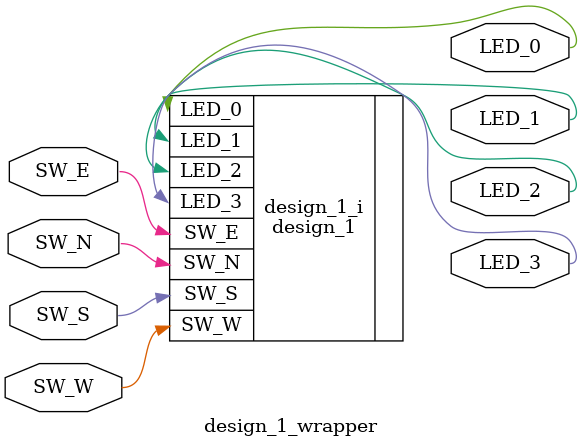
<source format=v>
`timescale 1 ps / 1 ps

module design_1_wrapper
   (LED_0,
    LED_1,
    LED_2,
    LED_3,
    SW_E,
    SW_N,
    SW_S,
    SW_W);
  output LED_0;
  output LED_1;
  output LED_2;
  output LED_3;
  input SW_E;
  input SW_N;
  input SW_S;
  input SW_W;

  wire LED_0;
  wire LED_1;
  wire LED_2;
  wire LED_3;
  wire SW_E;
  wire SW_N;
  wire SW_S;
  wire SW_W;

  design_1 design_1_i
       (.LED_0(LED_0),
        .LED_1(LED_1),
        .LED_2(LED_2),
        .LED_3(LED_3),
        .SW_E(SW_E),
        .SW_N(SW_N),
        .SW_S(SW_S),
        .SW_W(SW_W));
endmodule

</source>
